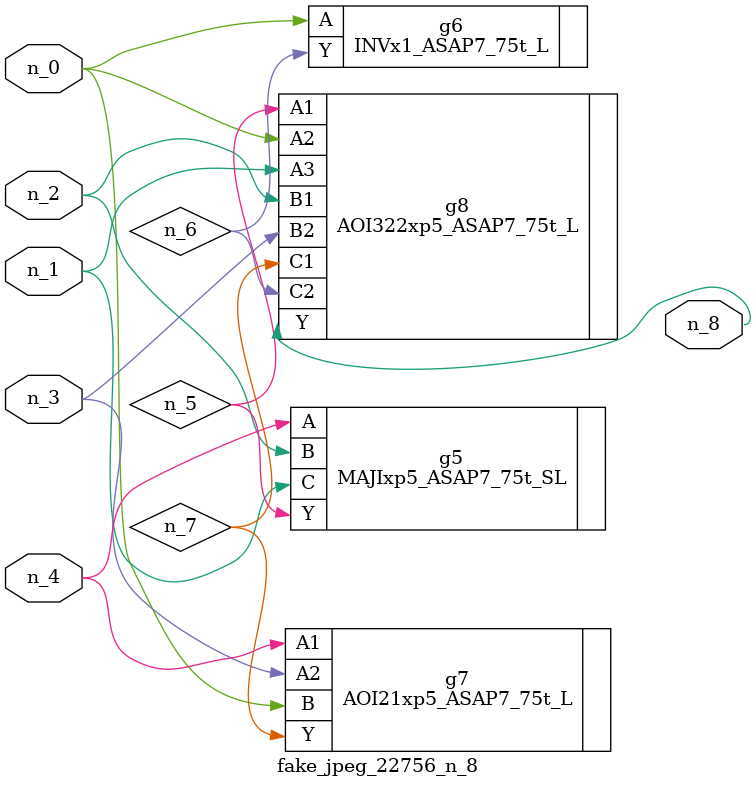
<source format=v>
module fake_jpeg_22756_n_8 (n_3, n_2, n_1, n_0, n_4, n_8);

input n_3;
input n_2;
input n_1;
input n_0;
input n_4;

output n_8;

wire n_6;
wire n_5;
wire n_7;

MAJIxp5_ASAP7_75t_SL g5 ( 
.A(n_4),
.B(n_2),
.C(n_1),
.Y(n_5)
);

INVx1_ASAP7_75t_L g6 ( 
.A(n_0),
.Y(n_6)
);

AOI21xp5_ASAP7_75t_L g7 ( 
.A1(n_4),
.A2(n_3),
.B(n_0),
.Y(n_7)
);

AOI322xp5_ASAP7_75t_L g8 ( 
.A1(n_5),
.A2(n_0),
.A3(n_1),
.B1(n_2),
.B2(n_3),
.C1(n_7),
.C2(n_6),
.Y(n_8)
);


endmodule
</source>
